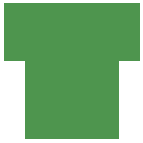
<source format=gbp>
G04 Layer: BottomPasteMaskLayer*
G04 EasyEDA v6.5.23, 2023-04-09 10:26:07*
G04 330b7c5f45e04ff093bb28af9a5d1234,10*
G04 Gerber Generator version 0.2*
G04 Scale: 100 percent, Rotated: No, Reflected: No *
G04 Dimensions in millimeters *
G04 leading zeros omitted , absolute positions ,4 integer and 5 decimal *
%FSLAX45Y45*%
%MOMM*%

%AMMACRO1*4,1,8,-4.0008,-5.7819,-4.0008,0.8221,-5.7788,0.8221,-5.7788,5.7819,5.7788,5.7819,5.7788,0.8221,3.9997,0.8221,3.9997,-5.7819,-4.0008,-5.7819,0*%
%ADD10MACRO1*%

%LPD*%
D10*
G01*
X6343693Y4616795D03*
M02*

</source>
